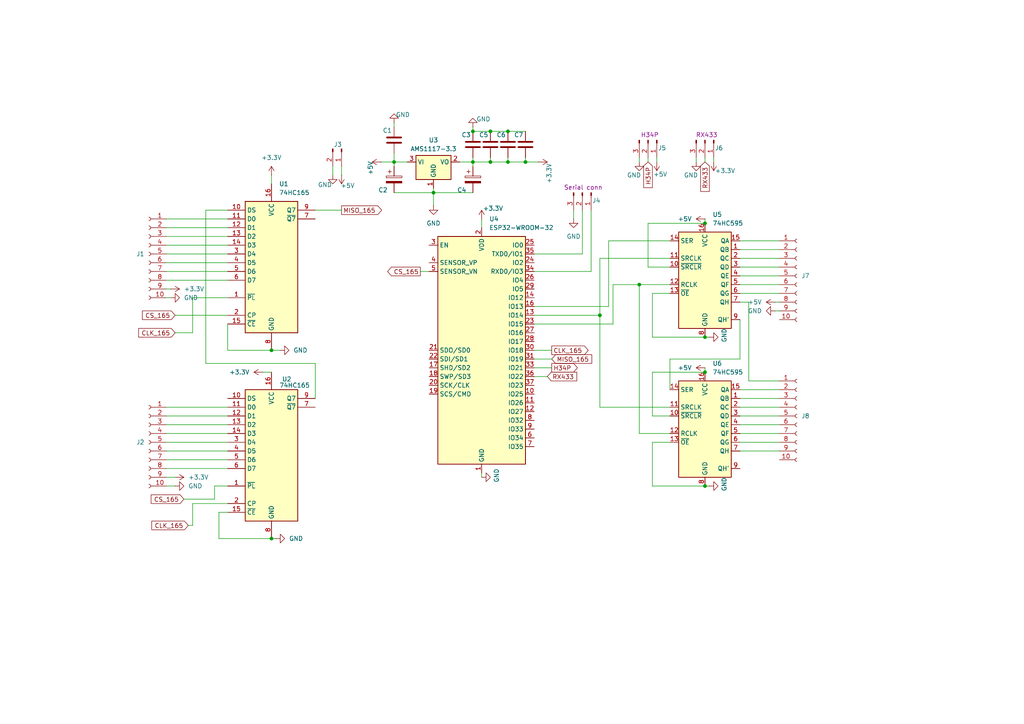
<source format=kicad_sch>
(kicad_sch (version 20231120) (generator "eeschema") (generator_version "8.0")
  (paper "A4")
  (lib_symbols
    (symbol "74xx:74HC165"
      (property "Reference" "U" (at -7.62 19.05 0))
      (property "Value" "74HC165" (at -7.62 -21.59 0))
      (symbol "74HC165_1_0"
        (pin input line (at -12.7 -10.16 0) (length 5.08) (name "~{PL}") (number "1"))
        (pin input line (at -12.7 15.24 0) (length 5.08) (name "DS") (number "10"))
        (pin input line (at -12.7 12.7 0) (length 5.08) (name "D0") (number "11"))
        (pin input line (at -12.7 10.16 0) (length 5.08) (name "D1") (number "12"))
        (pin input line (at -12.7 7.62 0) (length 5.08) (name "D2") (number "13"))
        (pin input line (at -12.7 5.08 0) (length 5.08) (name "D3") (number "14"))
        (pin input line (at -12.7 -17.78 0) (length 5.08) (name "~{CE}") (number "15"))
        (pin power_in line (at 0 22.86 270) (length 5.08) (name "VCC") (number "16"))
        (pin input line (at -12.7 -15.24 0) (length 5.08) (name "CP") (number "2"))
        (pin input line (at -12.7 2.54 0) (length 5.08) (name "D4") (number "3"))
        (pin input line (at -12.7 0 0) (length 5.08) (name "D5") (number "4"))
        (pin input line (at -12.7 -2.54 0) (length 5.08) (name "D6") (number "5"))
        (pin input line (at -12.7 -5.08 0) (length 5.08) (name "D7") (number "6"))
        (pin output line (at 12.7 12.7 180) (length 5.08) (name "~{Q7}") (number "7"))
        (pin power_in line (at 0 -25.4 90) (length 5.08) (name "GND") (number "8"))
        (pin output line (at 12.7 15.24 180) (length 5.08) (name "Q7") (number "9"))
      )
      (symbol "74HC165_1_1"
        (rectangle (start -7.62 17.78) (end 7.62 -20.32) (stroke (width 0.254)) (fill (type background)))
      )
    )
    (symbol "74xx:74HC595"
      (property "Reference" "U" (at -7.62 13.97 0))
      (property "Value" "74HC595" (at -7.62 -16.51 0))
      (symbol "74HC595_1_0"
        (pin tri_state line (at 10.16 7.62 180) (length 2.54) (name "QB") (number "1"))
        (pin input line (at -10.16 2.54 0) (length 2.54) (name "~{SRCLR}") (number "10"))
        (pin input line (at -10.16 5.08 0) (length 2.54) (name "SRCLK") (number "11"))
        (pin input line (at -10.16 -2.54 0) (length 2.54) (name "RCLK") (number "12"))
        (pin input line (at -10.16 -5.08 0) (length 2.54) (name "~{OE}") (number "13"))
        (pin input line (at -10.16 10.16 0) (length 2.54) (name "SER") (number "14"))
        (pin tri_state line (at 10.16 10.16 180) (length 2.54) (name "QA") (number "15"))
        (pin power_in line (at 0 15.24 270) (length 2.54) (name "VCC") (number "16"))
        (pin tri_state line (at 10.16 5.08 180) (length 2.54) (name "QC") (number "2"))
        (pin tri_state line (at 10.16 2.54 180) (length 2.54) (name "QD") (number "3"))
        (pin tri_state line (at 10.16 0 180) (length 2.54) (name "QE") (number "4"))
        (pin tri_state line (at 10.16 -2.54 180) (length 2.54) (name "QF") (number "5"))
        (pin tri_state line (at 10.16 -5.08 180) (length 2.54) (name "QG") (number "6"))
        (pin tri_state line (at 10.16 -7.62 180) (length 2.54) (name "QH") (number "7"))
        (pin power_in line (at 0 -17.78 90) (length 2.54) (name "GND") (number "8"))
        (pin output line (at 10.16 -12.7 180) (length 2.54) (name "QH'") (number "9"))
      )
      (symbol "74HC595_1_1"
        (rectangle (start -7.62 12.7) (end 7.62 -15.24) (stroke (width 0.254)) (fill (type background)))
      )
    )
    (symbol "Connector:Conn_01x02_Pin" (pin_names (offset 1.016) hide)
      (property "Reference" "J" (at 0 2.54 0))
      (property "Value" "Conn_01x02_Pin" (at 0 -5.08 0))
      (symbol "Conn_01x02_Pin_1_1"
        (polyline (pts (xy 1.27 -2.54) (xy 0.8636 -2.54)) (stroke (width 0.1524)))
        (polyline (pts (xy 1.27 0) (xy 0.8636 0)) (stroke (width 0.1524)))
        (rectangle (start 0.8636 -2.413) (end 0 -2.667) (stroke (width 0.1524)) (fill (type outline)))
        (rectangle (start 0.8636 0.127) (end 0 -0.127) (stroke (width 0.1524)) (fill (type outline)))
        (pin passive line (at 5.08 0 180) (length 3.81) (name "Pin_1") (number "1"))
        (pin passive line (at 5.08 -2.54 180) (length 3.81) (name "Pin_2") (number "2"))
      )
    )
    (symbol "Connector:Conn_01x03_Pin" (pin_names (offset 1.016) hide)
      (property "Reference" "J" (at 0 5.08 0))
      (property "Value" "Conn_01x03_Pin" (at 0 -5.08 0))
      (symbol "Conn_01x03_Pin_1_1"
        (polyline (pts (xy 1.27 -2.54) (xy 0.8636 -2.54)) (stroke (width 0.1524)))
        (polyline (pts (xy 1.27 0) (xy 0.8636 0)) (stroke (width 0.1524)))
        (polyline (pts (xy 1.27 2.54) (xy 0.8636 2.54)) (stroke (width 0.1524)))
        (rectangle (start 0.8636 -2.413) (end 0 -2.667) (stroke (width 0.1524)) (fill (type outline)))
        (rectangle (start 0.8636 0.127) (end 0 -0.127) (stroke (width 0.1524)) (fill (type outline)))
        (rectangle (start 0.8636 2.667) (end 0 2.413) (stroke (width 0.1524)) (fill (type outline)))
        (pin passive line (at 5.08 2.54 180) (length 3.81) (name "Pin_1") (number "1"))
        (pin passive line (at 5.08 0 180) (length 3.81) (name "Pin_2") (number "2"))
        (pin passive line (at 5.08 -2.54 180) (length 3.81) (name "Pin_3") (number "3"))
      )
    )
    (symbol "Connector:Conn_01x10_Socket" (pin_names (offset 1.016) hide)
      (property "Reference" "J" (at 0 12.7 0))
      (property "Value" "Conn_01x10_Socket" (at 0 -15.24 0))
      (symbol "Conn_01x10_Socket_1_1"
        (arc (start 0 -12.192) (mid -0.5058 -12.7) (end 0 -13.208) (stroke (width 0.1524)))
        (arc (start 0 -9.652) (mid -0.5058 -10.16) (end 0 -10.668) (stroke (width 0.1524)))
        (arc (start 0 -7.112) (mid -0.5058 -7.62) (end 0 -8.128) (stroke (width 0.1524)))
        (arc (start 0 -4.572) (mid -0.5058 -5.08) (end 0 -5.588) (stroke (width 0.1524)))
        (arc (start 0 -2.032) (mid -0.5058 -2.54) (end 0 -3.048) (stroke (width 0.1524)))
        (polyline (pts (xy -1.27 -12.7) (xy -0.508 -12.7)) (stroke (width 0.1524)))
        (polyline (pts (xy -1.27 -10.16) (xy -0.508 -10.16)) (stroke (width 0.1524)))
        (polyline (pts (xy -1.27 -7.62) (xy -0.508 -7.62)) (stroke (width 0.1524)))
        (polyline (pts (xy -1.27 -5.08) (xy -0.508 -5.08)) (stroke (width 0.1524)))
        (polyline (pts (xy -1.27 -2.54) (xy -0.508 -2.54)) (stroke (width 0.1524)))
        (polyline (pts (xy -1.27 0) (xy -0.508 0)) (stroke (width 0.1524)))
        (polyline (pts (xy -1.27 2.54) (xy -0.508 2.54)) (stroke (width 0.1524)))
        (polyline (pts (xy -1.27 5.08) (xy -0.508 5.08)) (stroke (width 0.1524)))
        (polyline (pts (xy -1.27 7.62) (xy -0.508 7.62)) (stroke (width 0.1524)))
        (polyline (pts (xy -1.27 10.16) (xy -0.508 10.16)) (stroke (width 0.1524)))
        (arc (start 0 0.508) (mid -0.5058 0) (end 0 -0.508) (stroke (width 0.1524)))
        (arc (start 0 3.048) (mid -0.5058 2.54) (end 0 2.032) (stroke (width 0.1524)))
        (arc (start 0 5.588) (mid -0.5058 5.08) (end 0 4.572) (stroke (width 0.1524)))
        (arc (start 0 8.128) (mid -0.5058 7.62) (end 0 7.112) (stroke (width 0.1524)))
        (arc (start 0 10.668) (mid -0.5058 10.16) (end 0 9.652) (stroke (width 0.1524)))
        (pin passive line (at -5.08 10.16 0) (length 3.81) (name "Pin_1") (number "1"))
        (pin passive line (at -5.08 -12.7 0) (length 3.81) (name "Pin_10") (number "10"))
        (pin passive line (at -5.08 7.62 0) (length 3.81) (name "Pin_2") (number "2"))
        (pin passive line (at -5.08 5.08 0) (length 3.81) (name "Pin_3") (number "3"))
        (pin passive line (at -5.08 2.54 0) (length 3.81) (name "Pin_4") (number "4"))
        (pin passive line (at -5.08 0 0) (length 3.81) (name "Pin_5") (number "5"))
        (pin passive line (at -5.08 -2.54 0) (length 3.81) (name "Pin_6") (number "6"))
        (pin passive line (at -5.08 -5.08 0) (length 3.81) (name "Pin_7") (number "7"))
        (pin passive line (at -5.08 -7.62 0) (length 3.81) (name "Pin_8") (number "8"))
        (pin passive line (at -5.08 -10.16 0) (length 3.81) (name "Pin_9") (number "9"))
      )
    )
    (symbol "Device:C" (pin_numbers hide) (pin_names (offset 0.254))
      (property "Reference" "C" (at 0.635 2.54 0))
      (property "Value" "C" (at 0.635 -2.54 0))
      (symbol "C_0_1"
        (polyline (pts (xy -2.032 -0.762) (xy 2.032 -0.762)) (stroke (width 0.508)))
        (polyline (pts (xy -2.032 0.762) (xy 2.032 0.762)) (stroke (width 0.508)))
      )
      (symbol "C_1_1"
        (pin passive line (at 0 3.81 270) (length 2.794) (name "~") (number "1"))
        (pin passive line (at 0 -3.81 90) (length 2.794) (name "~") (number "2"))
      )
    )
    (symbol "Device:C_Polarized" (pin_numbers hide) (pin_names (offset 0.254))
      (property "Reference" "C" (at 0.635 2.54 0))
      (property "Value" "C_Polarized" (at 0.635 -2.54 0))
      (symbol "C_Polarized_0_1"
        (rectangle (start -2.286 0.508) (end 2.286 1.016))
        (polyline (pts (xy -1.778 2.286) (xy -0.762 2.286)))
        (polyline (pts (xy -1.27 2.794) (xy -1.27 1.778)))
        (rectangle (start 2.286 -0.508) (end -2.286 -1.016) (fill (type outline)))
      )
      (symbol "C_Polarized_1_1"
        (pin passive line (at 0 3.81 270) (length 2.794) (name "~") (number "1"))
        (pin passive line (at 0 -3.81 90) (length 2.794) (name "~") (number "2"))
      )
    )
    (symbol "Regulator_Linear:AMS1117-3.3"
      (property "Reference" "U" (at -3.81 3.175 0))
      (property "Value" "AMS1117-3.3" (at 0 3.175 0))
      (symbol "AMS1117-3.3_0_1"
        (rectangle (start -5.08 -5.08) (end 5.08 1.905) (stroke (width 0.254)) (fill (type background)))
      )
      (symbol "AMS1117-3.3_1_1"
        (pin power_in line (at 0 -7.62 90) (length 2.54) (name "GND") (number "1"))
        (pin power_out line (at 7.62 0 180) (length 2.54) (name "VO") (number "2"))
        (pin power_in line (at -7.62 0 0) (length 2.54) (name "VI") (number "3"))
      )
    )
    (symbol "main:ESP32-WROOM-32"
      (property "Reference" "U" (at -12.7 34.29 0))
      (property "Value" "ESP32-WROOM-32" (at 1.27 34.29 0))
      (symbol "ESP32-WROOM-32_0_1"
        (rectangle (start -12.7 33.02) (end 12.7 -33.02) (stroke (width 0.254)) (fill (type background)))
      )
      (symbol "ESP32-WROOM-32_1_1"
        (pin power_in line (at 0 -35.56 90) (length 2.54) (name "GND") (number "1"))
        (pin bidirectional line (at 15.24 -12.7 180) (length 2.54) (name "IO25") (number "10"))
        (pin bidirectional line (at 15.24 -15.24 180) (length 2.54) (name "IO26") (number "11"))
        (pin bidirectional line (at 15.24 -17.78 180) (length 2.54) (name "IO27") (number "12"))
        (pin bidirectional line (at 15.24 10.16 180) (length 2.54) (name "IO14") (number "13"))
        (pin bidirectional line (at 15.24 15.24 180) (length 2.54) (name "IO12") (number "14"))
        (pin bidirectional line (at 15.24 12.7 180) (length 2.54) (name "IO13") (number "16"))
        (pin bidirectional line (at -15.24 -5.08 0) (length 2.54) (name "SHD/SD2") (number "17"))
        (pin bidirectional line (at -15.24 -7.62 0) (length 2.54) (name "SWP/SD3") (number "18"))
        (pin bidirectional line (at -15.24 -12.7 0) (length 2.54) (name "SCS/CMD") (number "19"))
        (pin power_in line (at 0 35.56 270) (length 2.54) (name "VDD") (number "2"))
        (pin bidirectional line (at -15.24 -10.16 0) (length 2.54) (name "SCK/CLK") (number "20"))
        (pin bidirectional line (at -15.24 0 0) (length 2.54) (name "SDO/SD0") (number "21"))
        (pin bidirectional line (at -15.24 -2.54 0) (length 2.54) (name "SDI/SD1") (number "22"))
        (pin bidirectional line (at 15.24 7.62 180) (length 2.54) (name "IO15") (number "23"))
        (pin bidirectional line (at 15.24 25.4 180) (length 2.54) (name "IO2") (number "24"))
        (pin bidirectional line (at 15.24 30.48 180) (length 2.54) (name "IO0") (number "25"))
        (pin bidirectional line (at 15.24 20.32 180) (length 2.54) (name "IO4") (number "26"))
        (pin bidirectional line (at 15.24 5.08 180) (length 2.54) (name "IO16") (number "27"))
        (pin bidirectional line (at 15.24 2.54 180) (length 2.54) (name "IO17") (number "28"))
        (pin bidirectional line (at 15.24 17.78 180) (length 2.54) (name "IO5") (number "29"))
        (pin input line (at -15.24 30.48 0) (length 2.54) (name "EN") (number "3"))
        (pin bidirectional line (at 15.24 0 180) (length 2.54) (name "IO18") (number "30"))
        (pin bidirectional line (at 15.24 -2.54 180) (length 2.54) (name "IO19") (number "31"))
        (pin bidirectional line (at 15.24 -5.08 180) (length 2.54) (name "IO21") (number "33"))
        (pin bidirectional line (at 15.24 22.86 180) (length 2.54) (name "RXD0/IO3") (number "34"))
        (pin bidirectional line (at 15.24 27.94 180) (length 2.54) (name "TXD0/IO1") (number "35"))
        (pin bidirectional line (at 15.24 -7.62 180) (length 2.54) (name "IO22") (number "36"))
        (pin bidirectional line (at 15.24 -10.16 180) (length 2.54) (name "IO23") (number "37"))
        (pin passive line (at 0 -35.56 90) (length 2.54) hide (name "GND") (number "38"))
        (pin input line (at -15.24 25.4 0) (length 2.54) (name "SENSOR_VP") (number "4"))
        (pin input line (at -15.24 22.86 0) (length 2.54) (name "SENSOR_VN") (number "5"))
        (pin input line (at 15.24 -25.4 180) (length 2.54) (name "IO34") (number "6"))
        (pin input line (at 15.24 -27.94 180) (length 2.54) (name "IO35") (number "7"))
        (pin bidirectional line (at 15.24 -20.32 180) (length 2.54) (name "IO32") (number "8"))
        (pin bidirectional line (at 15.24 -22.86 180) (length 2.54) (name "IO33") (number "9"))
      )
    )
    (symbol "power:+3.3V" (power) (pin_numbers hide) (pin_names (offset 0) hide)
      (property "Value" "+3.3V" (at 0 3.556 0))
      (symbol "+3.3V_0_1"
        (polyline (pts (xy -0.762 1.27) (xy 0 2.54)))
        (polyline (pts (xy 0 0) (xy 0 2.54)))
        (polyline (pts (xy 0 2.54) (xy 0.762 1.27)))
      )
      (symbol "+3.3V_1_1"
        (pin power_in line (at 0 0 90) (length 0) (name "~") (number "1"))
      )
    )
    (symbol "power:+5V" (power) (pin_numbers hide) (pin_names (offset 0) hide)
      (property "Value" "+5V" (at 0 3.556 0))
      (symbol "+5V_0_1"
        (polyline (pts (xy -0.762 1.27) (xy 0 2.54)))
        (polyline (pts (xy 0 0) (xy 0 2.54)))
        (polyline (pts (xy 0 2.54) (xy 0.762 1.27)))
      )
      (symbol "+5V_1_1"
        (pin power_in line (at 0 0 90) (length 0) (name "~") (number "1"))
      )
    )
    (symbol "power:GND" (power) (pin_numbers hide) (pin_names (offset 0) hide)
      (property "Value" "GND" (at 0 -3.81 0))
      (symbol "GND_0_1"
        (polyline (pts (xy 0 0) (xy 0 -1.27) (xy 1.27 -1.27) (xy 0 -2.54) (xy -1.27 -1.27) (xy 0 -1.27)))
      )
      (symbol "GND_1_1"
        (pin power_in line (at 0 0 270) (length 0) (name "~") (number "1"))
      )
    )
  )
  (junction (at 137.16 46.99))
  (junction (at 147.32 46.99))
  (junction (at 78.74 156.21))
  (junction (at 114.3 46.99))
  (junction (at 185.42 82.55))
  (junction (at 78.74 101.6))
  (junction (at 204.47 97.79))
  (junction (at 152.4 46.99))
  (junction (at 142.24 46.99))
  (junction (at 204.47 64.77))
  (junction (at 125.73 55.88))
  (junction (at 204.47 140.97))
  (junction (at 142.24 38.1))
  (junction (at 137.16 38.1))
  (junction (at 147.32 38.1))
  (junction (at 173.99 91.44))
  (junction (at 204.47 107.95))
  (wire (pts (xy 125.73 55.88) (xy 137.16 55.88)))
  (wire (pts (xy 214.63 85.09) (xy 226.06 85.09)))
  (wire (pts (xy 189.23 140.97) (xy 204.47 140.97)))
  (wire (pts (xy 214.63 87.63) (xy 217.17 87.63)))
  (wire (pts (xy 185.42 45.72) (xy 185.42 46.99)))
  (wire (pts (xy 154.94 78.74) (xy 171.45 78.74)))
  (wire (pts (xy 154.94 91.44) (xy 173.99 91.44)))
  (wire (pts (xy 194.31 118.11) (xy 173.99 118.11)))
  (wire (pts (xy 190.5 45.72) (xy 190.5 46.99)))
  (wire (pts (xy 224.79 87.63) (xy 226.06 87.63)))
  (wire (pts (xy 114.3 46.99) (xy 114.3 48.26)))
  (wire (pts (xy 187.96 77.47) (xy 187.96 64.77)))
  (wire (pts (xy 152.4 45.72) (xy 152.4 46.99)))
  (wire (pts (xy 137.16 45.72) (xy 137.16 46.99)))
  (wire (pts (xy 114.3 35.56) (xy 114.3 36.83)))
  (wire (pts (xy 48.26 73.66) (xy 66.04 73.66)))
  (wire (pts (xy 204.47 97.79) (xy 205.74 97.79)))
  (wire (pts (xy 224.79 90.17) (xy 226.06 90.17)))
  (wire (pts (xy 139.7 63.5) (xy 139.7 66.04)))
  (wire (pts (xy 63.5 156.21) (xy 78.74 156.21)))
  (wire (pts (xy 142.24 46.99) (xy 147.32 46.99)))
  (wire (pts (xy 194.31 125.73) (xy 185.42 125.73)))
  (wire (pts (xy 139.7 137.16) (xy 139.7 138.43)))
  (wire (pts (xy 76.2 107.95) (xy 78.74 107.95)))
  (wire (pts (xy 187.96 64.77) (xy 204.47 64.77)))
  (wire (pts (xy 173.99 91.44) (xy 173.99 74.93)))
  (wire (pts (xy 154.94 106.68) (xy 160.02 106.68)))
  (wire (pts (xy 154.94 88.9) (xy 176.53 88.9)))
  (wire (pts (xy 204.47 63.5) (xy 204.47 64.77)))
  (wire (pts (xy 214.63 104.14) (xy 194.31 104.14)))
  (wire (pts (xy 66.04 148.59) (xy 63.5 148.59)))
  (wire (pts (xy 54.61 152.4) (xy 55.88 152.4)))
  (wire (pts (xy 147.32 38.1) (xy 152.4 38.1)))
  (wire (pts (xy 214.63 130.81) (xy 226.06 130.81)))
  (wire (pts (xy 147.32 46.99) (xy 152.4 46.99)))
  (wire (pts (xy 185.42 82.55) (xy 177.8 82.55)))
  (wire (pts (xy 91.44 105.41) (xy 91.44 115.57)))
  (wire (pts (xy 48.26 140.97) (xy 50.8 140.97)))
  (wire (pts (xy 62.23 140.97) (xy 66.04 140.97)))
  (wire (pts (xy 189.23 128.27) (xy 189.23 140.97)))
  (wire (pts (xy 78.74 50.8) (xy 78.74 53.34)))
  (wire (pts (xy 96.52 48.26) (xy 96.52 50.8)))
  (wire (pts (xy 166.37 60.96) (xy 166.37 63.5)))
  (wire (pts (xy 176.53 88.9) (xy 176.53 69.85)))
  (wire (pts (xy 48.26 135.89) (xy 66.04 135.89)))
  (wire (pts (xy 48.26 123.19) (xy 66.04 123.19)))
  (wire (pts (xy 125.73 55.88) (xy 125.73 59.69)))
  (wire (pts (xy 173.99 118.11) (xy 173.99 91.44)))
  (wire (pts (xy 142.24 38.1) (xy 147.32 38.1)))
  (wire (pts (xy 137.16 38.1) (xy 142.24 38.1)))
  (wire (pts (xy 204.47 106.68) (xy 204.47 107.95)))
  (wire (pts (xy 217.17 87.63) (xy 217.17 110.49)))
  (wire (pts (xy 214.63 74.93) (xy 226.06 74.93)))
  (wire (pts (xy 121.92 78.74) (xy 124.46 78.74)))
  (wire (pts (xy 48.26 120.65) (xy 66.04 120.65)))
  (wire (pts (xy 176.53 69.85) (xy 194.31 69.85)))
  (wire (pts (xy 137.16 36.83) (xy 137.16 38.1)))
  (wire (pts (xy 171.45 78.74) (xy 171.45 60.96)))
  (wire (pts (xy 142.24 45.72) (xy 142.24 46.99)))
  (wire (pts (xy 217.17 110.49) (xy 226.06 110.49)))
  (wire (pts (xy 154.94 73.66) (xy 168.91 73.66)))
  (wire (pts (xy 194.31 82.55) (xy 185.42 82.55)))
  (wire (pts (xy 214.63 128.27) (xy 226.06 128.27)))
  (wire (pts (xy 55.88 146.05) (xy 66.04 146.05)))
  (wire (pts (xy 48.26 83.82) (xy 49.53 83.82)))
  (wire (pts (xy 114.3 44.45) (xy 114.3 46.99)))
  (wire (pts (xy 177.8 82.55) (xy 177.8 93.98)))
  (wire (pts (xy 59.69 105.41) (xy 91.44 105.41)))
  (wire (pts (xy 66.04 60.96) (xy 59.69 60.96)))
  (wire (pts (xy 204.47 140.97) (xy 205.74 140.97)))
  (wire (pts (xy 48.26 78.74) (xy 66.04 78.74)))
  (wire (pts (xy 48.26 133.35) (xy 66.04 133.35)))
  (wire (pts (xy 187.96 45.72) (xy 187.96 46.99)))
  (wire (pts (xy 194.31 120.65) (xy 189.23 120.65)))
  (wire (pts (xy 214.63 118.11) (xy 226.06 118.11)))
  (wire (pts (xy 50.8 91.44) (xy 66.04 91.44)))
  (wire (pts (xy 207.01 45.72) (xy 207.01 46.99)))
  (wire (pts (xy 194.31 85.09) (xy 189.23 85.09)))
  (wire (pts (xy 48.26 130.81) (xy 66.04 130.81)))
  (wire (pts (xy 48.26 138.43) (xy 50.8 138.43)))
  (wire (pts (xy 214.63 77.47) (xy 226.06 77.47)))
  (wire (pts (xy 66.04 93.98) (xy 66.04 101.6)))
  (wire (pts (xy 133.35 46.99) (xy 137.16 46.99)))
  (wire (pts (xy 189.23 85.09) (xy 189.23 97.79)))
  (wire (pts (xy 110.49 46.99) (xy 114.3 46.99)))
  (wire (pts (xy 154.94 104.14) (xy 160.02 104.14)))
  (wire (pts (xy 214.63 82.55) (xy 226.06 82.55)))
  (wire (pts (xy 194.31 104.14) (xy 194.31 113.03)))
  (wire (pts (xy 55.88 152.4) (xy 55.88 146.05)))
  (wire (pts (xy 189.23 107.95) (xy 204.47 107.95)))
  (wire (pts (xy 154.94 101.6) (xy 160.02 101.6)))
  (wire (pts (xy 204.47 45.72) (xy 204.47 46.99)))
  (wire (pts (xy 48.26 81.28) (xy 66.04 81.28)))
  (wire (pts (xy 154.94 109.22) (xy 158.75 109.22)))
  (wire (pts (xy 50.8 96.52) (xy 55.88 96.52)))
  (wire (pts (xy 48.26 76.2) (xy 66.04 76.2)))
  (wire (pts (xy 173.99 74.93) (xy 194.31 74.93)))
  (wire (pts (xy 214.63 69.85) (xy 226.06 69.85)))
  (wire (pts (xy 63.5 148.59) (xy 63.5 156.21)))
  (wire (pts (xy 48.26 68.58) (xy 66.04 68.58)))
  (wire (pts (xy 66.04 101.6) (xy 78.74 101.6)))
  (wire (pts (xy 55.88 86.36) (xy 55.88 96.52)))
  (wire (pts (xy 48.26 66.04) (xy 66.04 66.04)))
  (wire (pts (xy 114.3 46.99) (xy 118.11 46.99)))
  (wire (pts (xy 185.42 125.73) (xy 185.42 82.55)))
  (wire (pts (xy 48.26 71.12) (xy 66.04 71.12)))
  (wire (pts (xy 214.63 92.71) (xy 214.63 104.14)))
  (wire (pts (xy 55.88 86.36) (xy 66.04 86.36)))
  (wire (pts (xy 137.16 46.99) (xy 142.24 46.99)))
  (wire (pts (xy 81.28 101.6) (xy 78.74 101.6)))
  (wire (pts (xy 214.63 115.57) (xy 226.06 115.57)))
  (wire (pts (xy 194.31 77.47) (xy 187.96 77.47)))
  (wire (pts (xy 201.93 45.72) (xy 201.93 46.99)))
  (wire (pts (xy 189.23 120.65) (xy 189.23 107.95)))
  (wire (pts (xy 114.3 55.88) (xy 125.73 55.88)))
  (wire (pts (xy 80.01 156.21) (xy 78.74 156.21)))
  (wire (pts (xy 53.34 144.78) (xy 62.23 144.78)))
  (wire (pts (xy 214.63 125.73) (xy 226.06 125.73)))
  (wire (pts (xy 194.31 128.27) (xy 189.23 128.27)))
  (wire (pts (xy 48.26 125.73) (xy 66.04 125.73)))
  (wire (pts (xy 99.06 48.26) (xy 99.06 50.8)))
  (wire (pts (xy 214.63 80.01) (xy 226.06 80.01)))
  (wire (pts (xy 214.63 72.39) (xy 226.06 72.39)))
  (wire (pts (xy 62.23 144.78) (xy 62.23 140.97)))
  (wire (pts (xy 214.63 123.19) (xy 226.06 123.19)))
  (wire (pts (xy 48.26 128.27) (xy 66.04 128.27)))
  (wire (pts (xy 59.69 60.96) (xy 59.69 105.41)))
  (wire (pts (xy 48.26 118.11) (xy 66.04 118.11)))
  (wire (pts (xy 48.26 86.36) (xy 49.53 86.36)))
  (wire (pts (xy 189.23 97.79) (xy 204.47 97.79)))
  (wire (pts (xy 125.73 54.61) (xy 125.73 55.88)))
  (wire (pts (xy 147.32 45.72) (xy 147.32 46.99)))
  (wire (pts (xy 91.44 60.96) (xy 99.06 60.96)))
  (wire (pts (xy 214.63 113.03) (xy 226.06 113.03)))
  (wire (pts (xy 214.63 120.65) (xy 226.06 120.65)))
  (wire (pts (xy 168.91 73.66) (xy 168.91 60.96)))
  (wire (pts (xy 48.26 63.5) (xy 66.04 63.5)))
  (wire (pts (xy 152.4 46.99) (xy 156.21 46.99)))
  (wire (pts (xy 137.16 46.99) (xy 137.16 48.26)))
  (wire (pts (xy 154.94 93.98) (xy 177.8 93.98)))
  (global_label "H34P" (shape input) (at 187.96 46.99 270) (property "Intersheetrefs" "${INTERSHEET_REFS}" (effects (hide yes))))
  (global_label "MISO_165" (shape input) (at 160.02 104.14 0) (property "Intersheetrefs" "${INTERSHEET_REFS}" (effects (hide yes))))
  (global_label "H34P" (shape output) (at 160.02 106.68 0) (property "Intersheetrefs" "${INTERSHEET_REFS}" (effects (hide yes))))
  (global_label "CS_165" (shape input) (at 50.8 91.44 180) (property "Intersheetrefs" "${INTERSHEET_REFS}" (effects (hide yes))))
  (global_label "RX433" (shape input) (at 158.75 109.22 0) (property "Intersheetrefs" "${INTERSHEET_REFS}" (effects (hide yes))))
  (global_label "MISO_165" (shape output) (at 99.06 60.96 0) (property "Intersheetrefs" "${INTERSHEET_REFS}" (effects (hide yes))))
  (global_label "CLK_165" (shape input) (at 50.8 96.52 180) (property "Intersheetrefs" "${INTERSHEET_REFS}" (effects (hide yes))))
  (global_label "CS_165" (shape output) (at 121.92 78.74 180) (property "Intersheetrefs" "${INTERSHEET_REFS}" (effects (hide yes))))
  (global_label "CLK_165" (shape input) (at 54.61 152.4 180) (property "Intersheetrefs" "${INTERSHEET_REFS}" (effects (hide yes))))
  (global_label "CLK_165" (shape output) (at 160.02 101.6 0) (property "Intersheetrefs" "${INTERSHEET_REFS}" (effects (hide yes))))
  (global_label "CS_165" (shape input) (at 53.34 144.78 180) (property "Intersheetrefs" "${INTERSHEET_REFS}" (effects (hide yes))))
  (global_label "RX433" (shape input) (at 204.47 46.99 270) (property "Intersheetrefs" "${INTERSHEET_REFS}" (effects (hide yes))))
  (symbol (lib_id "power:GND") (at 80.01 156.21 90) (unit 1)
    (property "Reference" "#PWR07" (effects (hide yes)))
    (property "Value" "GND" (at 83.82 156.2099 90) (effects (justify right)))
    (property "Description" "Power symbol creates a global label with name \"GND\" , ground" (effects (hide yes)))
  )
  (symbol (lib_id "74xx:74HC595") (at 204.47 80.01 0) (unit 1)
    (property "Reference" "U5" (at 206.6641 62.23 0) (effects (justify left)))
    (property "Value" "74HC595" (at 206.6641 64.77 0) (effects (justify left)))
    (property "Footprint" "Package_DIP:DIP-16_W7.62mm_LongPads" (effects (hide yes)))
    (property "Datasheet" "http://www.ti.com/lit/ds/symlink/sn74hc595.pdf" (effects (hide yes)))
    (property "Description" "8-bit serial in/out Shift Register 3-State Outputs" (effects (hide yes)))
  )
  (symbol (lib_id "power:+3.3V") (at 50.8 138.43 270) (unit 1)
    (property "Reference" "#PWR03" (effects (hide yes)))
    (property "Value" "+3.3V" (at 54.61 138.4299 90) (effects (justify left)))
    (property "Description" "Power symbol creates a global label with name \"+3.3V\"" (effects (hide yes)))
  )
  (symbol (lib_id "power:+5V") (at 204.47 63.5 90) (unit 1)
    (property "Reference" "#PWR022" (effects (hide yes)))
    (property "Value" "+5V" (at 200.66 63.4999 90) (effects (justify left)))
    (property "Description" "Power symbol creates a global label with name \"+5V\"" (effects (hide yes)))
  )
  (symbol (lib_id "power:GND") (at 205.74 97.79 90) (unit 1)
    (property "Reference" "#PWR024" (effects (hide yes)))
    (property "Value" "GND" (at 210.058 97.282 0))
    (property "Description" "Power symbol creates a global label with name \"GND\" , ground" (effects (hide yes)))
  )
  (symbol (lib_id "Device:C") (at 142.24 41.91 0) (unit 1)
    (property "Reference" "C5" (at 138.938 39.116 0) (effects (justify left)))
    (property "Value" "C" (effects (hide yes)))
    (property "Footprint" "Capacitor_SMD:C_0805_2012Metric" (effects (hide yes)))
    (property "Description" "Unpolarized capacitor" (effects (hide yes)))
  )
  (symbol (lib_id "power:GND") (at 96.52 50.8 0) (unit 1)
    (property "Reference" "#PWR09" (effects (hide yes)))
    (property "Value" "GND" (at 94.234 53.594 0))
    (property "Description" "Power symbol creates a global label with name \"GND\" , ground" (effects (hide yes)))
  )
  (symbol (lib_id "power:+3.3V") (at 156.21 46.99 270) (unit 1)
    (property "Reference" "#PWR017" (effects (hide yes)))
    (property "Value" "+3.3V" (at 159.258 50.292 0))
    (property "Description" "Power symbol creates a global label with name \"+3.3V\"" (effects (hide yes)))
  )
  (symbol (lib_id "power:GND") (at 224.79 90.17 270) (unit 1)
    (property "Reference" "#PWR028" (effects (hide yes)))
    (property "Value" "GND" (at 220.98 90.1699 90) (effects (justify right)))
    (property "Description" "Power symbol creates a global label with name \"GND\" , ground" (effects (hide yes)))
  )
  (symbol (lib_id "Regulator_Linear:AMS1117-3.3") (at 125.73 46.99 0) (unit 1)
    (property "Reference" "U3" (at 125.73 40.64 0))
    (property "Value" "AMS1117-3.3" (at 125.73 43.18 0))
    (property "Footprint" "Package_TO_SOT_SMD:SOT-223-3_TabPin2" (effects (hide yes)))
    (property "Datasheet" "http://www.advanced-monolithic.com/pdf/ds1117.pdf" (effects (hide yes)))
    (property "Description" "1A Low Dropout regulator, positive, 3.3V fixed output, SOT-223" (effects (hide yes)))
  )
  (symbol (lib_id "Connector:Conn_01x10_Socket") (at 231.14 80.01 0) (unit 1)
    (property "Reference" "J7" (at 232.41 80.0099 0) (effects (justify left)))
    (property "Value" "Conn_01x10_Socket" (effects (hide yes)))
    (property "Footprint" "main:PinHeader_2x05_P2.00mm_Vertical" (effects (hide yes)))
    (property "Description" "Generic connector, single row, 01x10, script generated" (effects (hide yes)))
  )
  (symbol (lib_id "power:GND") (at 137.16 36.83 180) (unit 1)
    (property "Reference" "#PWR014" (effects (hide yes)))
    (property "Value" "GND" (at 140.208 34.544 0))
    (property "Description" "Power symbol creates a global label with name \"GND\" , ground" (effects (hide yes)))
  )
  (symbol (lib_id "Device:C") (at 114.3 40.64 0) (unit 1)
    (property "Reference" "C1" (at 110.998 37.846 0) (effects (justify left)))
    (property "Value" "C" (effects (hide yes)))
    (property "Footprint" "Capacitor_SMD:C_0805_2012Metric" (effects (hide yes)))
    (property "Description" "Unpolarized capacitor" (effects (hide yes)))
  )
  (symbol (lib_id "power:GND") (at 114.3 35.56 180) (unit 1)
    (property "Reference" "#PWR012" (effects (hide yes)))
    (property "Value" "GND" (at 116.84 33.274 0))
    (property "Description" "Power symbol creates a global label with name \"GND\" , ground" (effects (hide yes)))
  )
  (symbol (lib_id "Connector:Conn_01x10_Socket") (at 43.18 73.66 0) (mirror y) (unit 1)
    (property "Reference" "J1" (at 41.91 73.6599 0) (effects (justify left)))
    (property "Value" "Conn_01x10_Socket" (effects (hide yes)))
    (property "Footprint" "main:PinHeader_2x05_P2.00mm_Vertical" (effects (hide yes)))
    (property "Description" "Generic connector, single row, 01x10, script generated" (effects (hide yes)))
  )
  (symbol (lib_id "74xx:74HC595") (at 204.47 123.19 0) (unit 1)
    (property "Reference" "U6" (at 206.6641 105.41 0) (effects (justify left)))
    (property "Value" "74HC595" (at 206.6641 107.95 0) (effects (justify left)))
    (property "Footprint" "Package_DIP:DIP-16_W7.62mm_LongPads" (effects (hide yes)))
    (property "Datasheet" "http://www.ti.com/lit/ds/symlink/sn74hc595.pdf" (effects (hide yes)))
    (property "Description" "8-bit serial in/out Shift Register 3-State Outputs" (effects (hide yes)))
  )
  (symbol (lib_id "Device:C") (at 147.32 41.91 0) (unit 1)
    (property "Reference" "C6" (at 144.018 39.116 0) (effects (justify left)))
    (property "Value" "C" (effects (hide yes)))
    (property "Footprint" "Capacitor_SMD:C_0805_2012Metric" (effects (hide yes)))
    (property "Description" "Unpolarized capacitor" (effects (hide yes)))
  )
  (symbol (lib_id "power:+5V") (at 190.5 46.99 180) (unit 1)
    (property "Reference" "#PWR020" (effects (hide yes)))
    (property "Value" "+5V" (at 191.516 50.546 0))
    (property "Description" "Power symbol creates a global label with name \"+5V\"" (effects (hide yes)))
  )
  (symbol (lib_id "power:GND") (at 201.93 46.99 0) (unit 1)
    (property "Reference" "#PWR021" (effects (hide yes)))
    (property "Value" "GND" (at 200.406 50.8 0))
    (property "Description" "Power symbol creates a global label with name \"GND\" , ground" (effects (hide yes)))
  )
  (symbol (lib_id "power:+3.3V") (at 207.01 46.99 180) (unit 1)
    (property "Reference" "#PWR026" (effects (hide yes)))
    (property "Value" "+3.3V" (at 210.312 49.53 0))
    (property "Description" "Power symbol creates a global label with name \"+3.3V\"" (effects (hide yes)))
  )
  (symbol (lib_id "Connector:Conn_01x03_Pin") (at 204.47 40.64 270) (unit 1)
    (property "Reference" "J6" (at 208.534 42.926 90))
    (property "Value" "Conn_01x03_Pin" (effects (hide yes)))
    (property "Footprint" "main:PinSocket_1x03_P2.00mm_Vertical" (effects (hide yes)))
    (property "Description" "RX433" (at 204.978 39.116 90))
  )
  (symbol (lib_id "Device:C") (at 137.16 41.91 0) (unit 1)
    (property "Reference" "C3" (at 133.858 39.116 0) (effects (justify left)))
    (property "Value" "C" (effects (hide yes)))
    (property "Footprint" "Capacitor_SMD:C_0805_2012Metric" (effects (hide yes)))
    (property "Description" "Unpolarized capacitor" (effects (hide yes)))
  )
  (symbol (lib_id "Device:C_Polarized") (at 137.16 52.07 0) (unit 1)
    (property "Reference" "C4" (at 132.588 55.118 0) (effects (justify left)))
    (property "Value" "C_Polarized" (effects (hide yes)))
    (property "Footprint" "Capacitor_THT:CP_Radial_D10.0mm_P5.00mm" (effects (hide yes)))
    (property "Description" "Polarized capacitor" (effects (hide yes)))
  )
  (symbol (lib_id "power:+3.3V") (at 139.7 63.5 0) (unit 1)
    (property "Reference" "#PWR015" (effects (hide yes)))
    (property "Value" "+3.3V" (at 143.002 60.452 0))
    (property "Description" "Power symbol creates a global label with name \"+3.3V\"" (effects (hide yes)))
  )
  (symbol (lib_id "Connector:Conn_01x10_Socket") (at 43.18 128.27 0) (mirror y) (unit 1)
    (property "Reference" "J2" (at 41.91 128.2699 0) (effects (justify left)))
    (property "Value" "Conn_01x10_Socket" (effects (hide yes)))
    (property "Footprint" "main:PinHeader_2x05_P2.00mm_Vertical" (effects (hide yes)))
    (property "Description" "Generic connector, single row, 01x10, script generated" (effects (hide yes)))
  )
  (symbol (lib_id "power:+3.3V") (at 76.2 107.95 90) (unit 1)
    (property "Reference" "#PWR05" (effects (hide yes)))
    (property "Value" "+3.3V" (at 72.39 107.9499 90) (effects (justify left)))
    (property "Description" "Power symbol creates a global label with name \"+3.3V\"" (effects (hide yes)))
  )
  (symbol (lib_id "power:GND") (at 125.73 59.69 0) (unit 1)
    (property "Reference" "#PWR013" (effects (hide yes)))
    (property "Value" "GND" (at 125.73 64.77 0))
    (property "Description" "Power symbol creates a global label with name \"GND\" , ground" (effects (hide yes)))
  )
  (symbol (lib_id "Connector:Conn_01x03_Pin") (at 168.91 55.88 270) (unit 1)
    (property "Reference" "J4" (at 172.974 58.166 90))
    (property "Value" "Conn_01x03_Pin" (effects (hide yes)))
    (property "Footprint" "main:PinSocket_1x03_P2.00mm_Vertical" (effects (hide yes)))
    (property "Description" "Serial conn" (at 169.164 54.356 90))
  )
  (symbol (lib_id "74xx:74HC165") (at 78.74 76.2 0) (unit 1)
    (property "Reference" "U1" (at 80.9341 53.34 0) (effects (justify left)))
    (property "Value" "74HC165" (at 80.9341 55.88 0) (effects (justify left)))
    (property "Footprint" "Package_SO:SOP-16_4.55x10.3mm_P1.27mm" (effects (hide yes)))
    (property "Datasheet" "https://assets.nexperia.com/documents/data-sheet/74HC_HCT165.pdf" (effects (hide yes)))
    (property "Description" "Shift Register, 8-bit, Parallel Load" (effects (hide yes)))
  )
  (symbol (lib_id "power:+3.3V") (at 78.74 50.8 0) (unit 1)
    (property "Reference" "#PWR06" (effects (hide yes)))
    (property "Value" "+3.3V" (at 78.74 45.72 0))
    (property "Description" "Power symbol creates a global label with name \"+3.3V\"" (effects (hide yes)))
  )
  (symbol (lib_id "power:+3.3V") (at 49.53 83.82 270) (unit 1)
    (property "Reference" "#PWR01" (effects (hide yes)))
    (property "Value" "+3.3V" (at 53.34 83.8199 90) (effects (justify left)))
    (property "Description" "Power symbol creates a global label with name \"+3.3V\"" (effects (hide yes)))
  )
  (symbol (lib_id "Connector:Conn_01x10_Socket") (at 231.14 120.65 0) (unit 1)
    (property "Reference" "J8" (at 232.41 120.6499 0) (effects (justify left)))
    (property "Value" "Conn_01x10_Socket" (effects (hide yes)))
    (property "Footprint" "main:PinHeader_2x05_P2.00mm_Vertical" (effects (hide yes)))
    (property "Description" "Generic connector, single row, 01x10, script generated" (effects (hide yes)))
  )
  (symbol (lib_id "Connector:Conn_01x02_Pin") (at 99.06 43.18 270) (unit 1)
    (property "Reference" "J3" (at 96.774 41.91 90) (effects (justify left)))
    (property "Value" "Conn_01x02_Pin" (effects (hide yes)))
    (property "Footprint" "main:PinHeader_1x02_P2.54mm_Vertical" (effects (hide yes)))
    (property "Description" "Generic connector, single row, 01x02, script generated" (effects (hide yes)))
  )
  (symbol (lib_id "Connector:Conn_01x03_Pin") (at 187.96 40.64 270) (unit 1)
    (property "Reference" "J5" (at 192.024 42.926 90))
    (property "Value" "Conn_01x03_Pin" (effects (hide yes)))
    (property "Footprint" "main:PinSocket_1x03_P2.00mm_Vertical" (effects (hide yes)))
    (property "Description" "H34P" (at 188.468 39.116 90))
  )
  (symbol (lib_id "power:+5V") (at 204.47 106.68 90) (unit 1)
    (property "Reference" "#PWR023" (effects (hide yes)))
    (property "Value" "+5V" (at 200.66 106.6799 90) (effects (justify left)))
    (property "Description" "Power symbol creates a global label with name \"+5V\"" (effects (hide yes)))
  )
  (symbol (lib_id "Device:C_Polarized") (at 114.3 52.07 0) (unit 1)
    (property "Reference" "C2" (at 109.728 55.118 0) (effects (justify left)))
    (property "Value" "C_Polarized" (effects (hide yes)))
    (property "Footprint" "Capacitor_THT:CP_Radial_D10.0mm_P5.00mm" (effects (hide yes)))
    (property "Description" "Polarized capacitor" (effects (hide yes)))
  )
  (symbol (lib_id "power:GND") (at 139.7 138.43 90) (unit 1)
    (property "Reference" "#PWR016" (effects (hide yes)))
    (property "Value" "GND" (at 144.018 137.922 0))
    (property "Description" "Power symbol creates a global label with name \"GND\" , ground" (effects (hide yes)))
  )
  (symbol (lib_id "power:GND") (at 50.8 140.97 90) (unit 1)
    (property "Reference" "#PWR04" (effects (hide yes)))
    (property "Value" "GND" (at 54.61 140.9699 90) (effects (justify right)))
    (property "Description" "Power symbol creates a global label with name \"GND\" , ground" (effects (hide yes)))
  )
  (symbol (lib_id "power:GND") (at 205.74 140.97 90) (unit 1)
    (property "Reference" "#PWR025" (effects (hide yes)))
    (property "Value" "GND" (at 210.058 140.462 0))
    (property "Description" "Power symbol creates a global label with name \"GND\" , ground" (effects (hide yes)))
  )
  (symbol (lib_id "power:+5V") (at 99.06 50.8 180) (unit 1)
    (property "Reference" "#PWR010" (effects (hide yes)))
    (property "Value" "+5V" (at 100.838 53.848 0))
    (property "Description" "Power symbol creates a global label with name \"+5V\"" (effects (hide yes)))
  )
  (symbol (lib_id "74xx:74HC165") (at 78.74 130.81 0) (unit 1)
    (property "Reference" "U2" (at 81.788 109.982 0) (effects (justify left)))
    (property "Value" "74HC165" (at 81.026 111.76 0) (effects (justify left)))
    (property "Footprint" "Package_SO:SOP-16_4.55x10.3mm_P1.27mm" (effects (hide yes)))
    (property "Datasheet" "https://assets.nexperia.com/documents/data-sheet/74HC_HCT165.pdf" (effects (hide yes)))
    (property "Description" "Shift Register, 8-bit, Parallel Load" (effects (hide yes)))
  )
  (symbol (lib_id "power:+5V") (at 110.49 46.99 90) (unit 1)
    (property "Reference" "#PWR011" (effects (hide yes)))
    (property "Value" "+5V" (at 107.442 48.768 0))
    (property "Description" "Power symbol creates a global label with name \"+5V\"" (effects (hide yes)))
  )
  (symbol (lib_id "power:GND") (at 81.28 101.6 90) (unit 1)
    (property "Reference" "#PWR08" (effects (hide yes)))
    (property "Value" "GND" (at 85.09 101.5999 90) (effects (justify right)))
    (property "Description" "Power symbol creates a global label with name \"GND\" , ground" (effects (hide yes)))
  )
  (symbol (lib_id "power:GND") (at 166.37 63.5 0) (unit 1)
    (property "Reference" "#PWR018" (effects (hide yes)))
    (property "Value" "GND" (at 166.37 68.58 0))
    (property "Description" "Power symbol creates a global label with name \"GND\" , ground" (effects (hide yes)))
  )
  (symbol (lib_id "Device:C") (at 152.4 41.91 0) (unit 1)
    (property "Reference" "C7" (at 149.098 39.116 0) (effects (justify left)))
    (property "Value" "C" (effects (hide yes)))
    (property "Footprint" "Capacitor_SMD:C_0805_2012Metric" (effects (hide yes)))
    (property "Description" "Unpolarized capacitor" (effects (hide yes)))
  )
  (symbol (lib_id "main:ESP32-WROOM-32") (at 139.7 101.6 0) (unit 1)
    (property "Reference" "U4" (at 141.8941 63.5 0) (effects (justify left)))
    (property "Value" "ESP32-WROOM-32" (at 141.8941 66.04 0) (effects (justify left)))
    (property "Footprint" "main:ESP32-WROOM-32" (effects (hide yes)))
    (property "Datasheet" "https://www.espressif.com/sites/default/files/documentation/esp32-wroom-32_datasheet_en.pdf" (effects (hide yes)))
    (property "Description" "RF Module, ESP32-D0WDQ6 SoC, Wi-Fi 802.11b/g/n, Bluetooth, BLE, 32-bit, 2.7-3.6V, onboard antenna, SMD" (effects (hide yes)))
  )
  (symbol (lib_id "power:GND") (at 49.53 86.36 90) (unit 1)
    (property "Reference" "#PWR02" (effects (hide yes)))
    (property "Value" "GND" (at 53.34 86.3599 90) (effects (justify right)))
    (property "Description" "Power symbol creates a global label with name \"GND\" , ground" (effects (hide yes)))
  )
  (symbol (lib_id "power:+5V") (at 224.79 87.63 90) (unit 1)
    (property "Reference" "#PWR027" (effects (hide yes)))
    (property "Value" "+5V" (at 220.98 87.6299 90) (effects (justify left)))
    (property "Description" "Power symbol creates a global label with name \"+5V\"" (effects (hide yes)))
  )
  (symbol (lib_id "power:GND") (at 185.42 46.99 0) (unit 1)
    (property "Reference" "#PWR019" (effects (hide yes)))
    (property "Value" "GND" (at 183.896 50.8 0))
    (property "Description" "Power symbol creates a global label with name \"GND\" , ground" (effects (hide yes)))
  )
)
</source>
